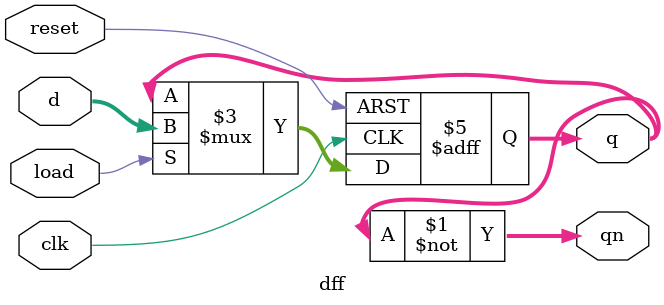
<source format=v>
module dff(
  input clk,
  input reset,
  input [3:0]d,
  input load,
  output reg [3:0]q,
  output [3:0]qn);

  assign qn = ~q;
  
  always @(posedge clk or posedge reset)
  begin
      if (reset) begin
        // Aszinkron, magas aktiv reset
        q <= 4'b0000;
      end else begin
        // Ha reset nem aktiv, akkor az orajel felfuto elere a q kimenet megkapja d bemenet erteket
        if (load) begin
          q <= d;
        end
      end
  end
endmodule
</source>
